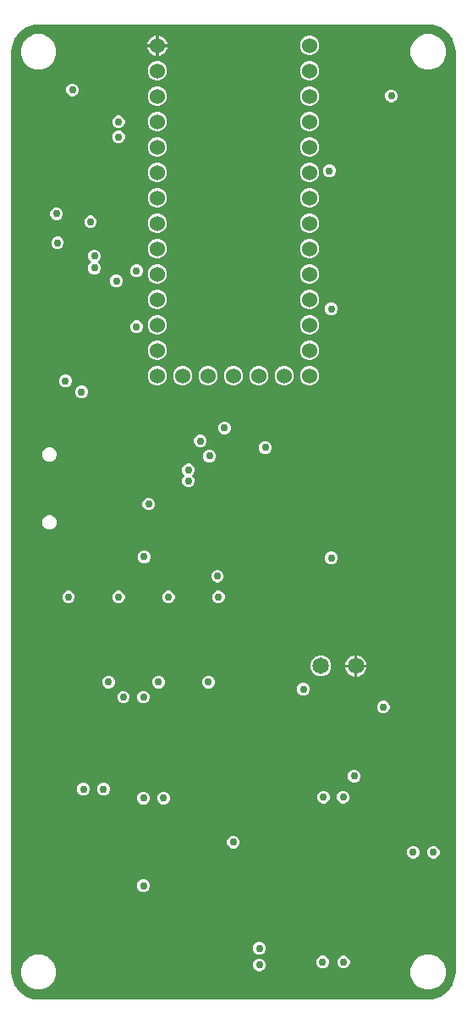
<source format=gbr>
G04 EAGLE Gerber RS-274X export*
G75*
%MOMM*%
%FSLAX34Y34*%
%LPD*%
%INCopper Layer 2*%
%IPPOS*%
%AMOC8*
5,1,8,0,0,1.08239X$1,22.5*%
G01*
%ADD10C,1.524000*%
%ADD11C,1.650000*%
%ADD12C,0.756400*%

G36*
X420022Y2544D02*
X420022Y2544D01*
X420060Y2543D01*
X424236Y2872D01*
X424242Y2873D01*
X424247Y2873D01*
X424412Y2907D01*
X432356Y5488D01*
X432388Y5504D01*
X432422Y5513D01*
X432568Y5596D01*
X439326Y10506D01*
X439351Y10531D01*
X439381Y10550D01*
X439494Y10674D01*
X444404Y17432D01*
X444420Y17464D01*
X444443Y17491D01*
X444512Y17644D01*
X447093Y25588D01*
X447094Y25594D01*
X447097Y25599D01*
X447128Y25764D01*
X447457Y29940D01*
X447455Y29962D01*
X447459Y30000D01*
X447459Y950000D01*
X447456Y950022D01*
X447457Y950060D01*
X447128Y954236D01*
X447127Y954242D01*
X447127Y954247D01*
X447093Y954412D01*
X444512Y962356D01*
X444496Y962388D01*
X444487Y962422D01*
X444404Y962568D01*
X439494Y969326D01*
X439469Y969351D01*
X439450Y969381D01*
X439326Y969494D01*
X432568Y974404D01*
X432536Y974420D01*
X432509Y974443D01*
X432356Y974512D01*
X424412Y977093D01*
X424406Y977094D01*
X424401Y977097D01*
X424236Y977128D01*
X420060Y977457D01*
X420038Y977455D01*
X420000Y977459D01*
X30000Y977459D01*
X29978Y977456D01*
X29940Y977457D01*
X25764Y977128D01*
X25758Y977127D01*
X25753Y977127D01*
X25588Y977093D01*
X17644Y974512D01*
X17612Y974496D01*
X17578Y974487D01*
X17432Y974404D01*
X10674Y969494D01*
X10649Y969469D01*
X10619Y969450D01*
X10506Y969326D01*
X5596Y962568D01*
X5580Y962536D01*
X5557Y962509D01*
X5488Y962356D01*
X2907Y954412D01*
X2906Y954406D01*
X2903Y954401D01*
X2872Y954236D01*
X2543Y950060D01*
X2545Y950038D01*
X2541Y950000D01*
X2541Y30000D01*
X2544Y29978D01*
X2543Y29940D01*
X2872Y25764D01*
X2873Y25758D01*
X2873Y25753D01*
X2907Y25588D01*
X5488Y17644D01*
X5504Y17612D01*
X5513Y17578D01*
X5596Y17432D01*
X10506Y10674D01*
X10531Y10649D01*
X10550Y10619D01*
X10674Y10506D01*
X17432Y5596D01*
X17464Y5580D01*
X17491Y5557D01*
X17644Y5488D01*
X25588Y2907D01*
X25594Y2906D01*
X25599Y2903D01*
X25764Y2872D01*
X29940Y2543D01*
X29962Y2545D01*
X30000Y2541D01*
X420000Y2541D01*
X420022Y2544D01*
G37*
%LPC*%
G36*
X416511Y932459D02*
X416511Y932459D01*
X410064Y935130D01*
X405130Y940064D01*
X402459Y946511D01*
X402459Y953489D01*
X405130Y959936D01*
X410064Y964870D01*
X416511Y967541D01*
X423489Y967541D01*
X429936Y964870D01*
X434870Y959936D01*
X437541Y953489D01*
X437541Y946511D01*
X434870Y940064D01*
X429936Y935130D01*
X423489Y932459D01*
X416511Y932459D01*
G37*
%LPD*%
%LPC*%
G36*
X26511Y932459D02*
X26511Y932459D01*
X20064Y935130D01*
X15130Y940064D01*
X12459Y946511D01*
X12459Y953489D01*
X15130Y959936D01*
X20064Y964870D01*
X26511Y967541D01*
X33489Y967541D01*
X39936Y964870D01*
X44870Y959936D01*
X47541Y953489D01*
X47541Y946511D01*
X44870Y940064D01*
X39936Y935130D01*
X33489Y932459D01*
X26511Y932459D01*
G37*
%LPD*%
%LPC*%
G36*
X26511Y12459D02*
X26511Y12459D01*
X20064Y15130D01*
X15130Y20064D01*
X12459Y26511D01*
X12459Y33489D01*
X15130Y39936D01*
X20064Y44870D01*
X26511Y47541D01*
X33489Y47541D01*
X39936Y44870D01*
X44870Y39936D01*
X47541Y33489D01*
X47541Y26511D01*
X44870Y20064D01*
X39936Y15130D01*
X33489Y12459D01*
X26511Y12459D01*
G37*
%LPD*%
%LPC*%
G36*
X416511Y12459D02*
X416511Y12459D01*
X410064Y15130D01*
X405130Y20064D01*
X402459Y26511D01*
X402459Y33489D01*
X405130Y39936D01*
X410064Y44870D01*
X416511Y47541D01*
X423489Y47541D01*
X429936Y44870D01*
X434870Y39936D01*
X437541Y33489D01*
X437541Y26511D01*
X434870Y20064D01*
X429936Y15130D01*
X423489Y12459D01*
X416511Y12459D01*
G37*
%LPD*%
%LPC*%
G36*
X310461Y325749D02*
X310461Y325749D01*
X306693Y327310D01*
X303810Y330193D01*
X302249Y333961D01*
X302249Y338039D01*
X303810Y341807D01*
X306693Y344690D01*
X310461Y346251D01*
X314539Y346251D01*
X318307Y344690D01*
X321190Y341807D01*
X322751Y338039D01*
X322751Y333961D01*
X321190Y330193D01*
X318307Y327310D01*
X314539Y325749D01*
X310461Y325749D01*
G37*
%LPD*%
%LPC*%
G36*
X197686Y616379D02*
X197686Y616379D01*
X194150Y617844D01*
X191444Y620550D01*
X189979Y624086D01*
X189979Y627914D01*
X191444Y631450D01*
X194150Y634156D01*
X197686Y635621D01*
X201514Y635621D01*
X205050Y634156D01*
X207756Y631450D01*
X209221Y627914D01*
X209221Y624086D01*
X207756Y620550D01*
X205050Y617844D01*
X201514Y616379D01*
X197686Y616379D01*
G37*
%LPD*%
%LPC*%
G36*
X299286Y946579D02*
X299286Y946579D01*
X295750Y948044D01*
X293044Y950750D01*
X291579Y954286D01*
X291579Y958114D01*
X293044Y961650D01*
X295750Y964356D01*
X299286Y965821D01*
X303114Y965821D01*
X306650Y964356D01*
X309356Y961650D01*
X310821Y958114D01*
X310821Y954286D01*
X309356Y950750D01*
X306650Y948044D01*
X303114Y946579D01*
X299286Y946579D01*
G37*
%LPD*%
%LPC*%
G36*
X146886Y667179D02*
X146886Y667179D01*
X143350Y668644D01*
X140644Y671350D01*
X139179Y674886D01*
X139179Y678714D01*
X140644Y682250D01*
X143350Y684956D01*
X146886Y686421D01*
X150714Y686421D01*
X154250Y684956D01*
X156956Y682250D01*
X158421Y678714D01*
X158421Y674886D01*
X156956Y671350D01*
X154250Y668644D01*
X150714Y667179D01*
X146886Y667179D01*
G37*
%LPD*%
%LPC*%
G36*
X299286Y921179D02*
X299286Y921179D01*
X295750Y922644D01*
X293044Y925350D01*
X291579Y928886D01*
X291579Y932714D01*
X293044Y936250D01*
X295750Y938956D01*
X299286Y940421D01*
X303114Y940421D01*
X306650Y938956D01*
X309356Y936250D01*
X310821Y932714D01*
X310821Y928886D01*
X309356Y925350D01*
X306650Y922644D01*
X303114Y921179D01*
X299286Y921179D01*
G37*
%LPD*%
%LPC*%
G36*
X146886Y921179D02*
X146886Y921179D01*
X143350Y922644D01*
X140644Y925350D01*
X139179Y928886D01*
X139179Y932714D01*
X140644Y936250D01*
X143350Y938956D01*
X146886Y940421D01*
X150714Y940421D01*
X154250Y938956D01*
X156956Y936250D01*
X158421Y932714D01*
X158421Y928886D01*
X156956Y925350D01*
X154250Y922644D01*
X150714Y921179D01*
X146886Y921179D01*
G37*
%LPD*%
%LPC*%
G36*
X299286Y667179D02*
X299286Y667179D01*
X295750Y668644D01*
X293044Y671350D01*
X291579Y674886D01*
X291579Y678714D01*
X293044Y682250D01*
X295750Y684956D01*
X299286Y686421D01*
X303114Y686421D01*
X306650Y684956D01*
X309356Y682250D01*
X310821Y678714D01*
X310821Y674886D01*
X309356Y671350D01*
X306650Y668644D01*
X303114Y667179D01*
X299286Y667179D01*
G37*
%LPD*%
%LPC*%
G36*
X299286Y895779D02*
X299286Y895779D01*
X295750Y897244D01*
X293044Y899950D01*
X291579Y903486D01*
X291579Y907314D01*
X293044Y910850D01*
X295750Y913556D01*
X299286Y915021D01*
X303114Y915021D01*
X306650Y913556D01*
X309356Y910850D01*
X310821Y907314D01*
X310821Y903486D01*
X309356Y899950D01*
X306650Y897244D01*
X303114Y895779D01*
X299286Y895779D01*
G37*
%LPD*%
%LPC*%
G36*
X146886Y895779D02*
X146886Y895779D01*
X143350Y897244D01*
X140644Y899950D01*
X139179Y903486D01*
X139179Y907314D01*
X140644Y910850D01*
X143350Y913556D01*
X146886Y915021D01*
X150714Y915021D01*
X154250Y913556D01*
X156956Y910850D01*
X158421Y907314D01*
X158421Y903486D01*
X156956Y899950D01*
X154250Y897244D01*
X150714Y895779D01*
X146886Y895779D01*
G37*
%LPD*%
%LPC*%
G36*
X146886Y692579D02*
X146886Y692579D01*
X143350Y694044D01*
X140644Y696750D01*
X139179Y700286D01*
X139179Y704114D01*
X140644Y707650D01*
X143350Y710356D01*
X146886Y711821D01*
X150714Y711821D01*
X154250Y710356D01*
X156956Y707650D01*
X158421Y704114D01*
X158421Y700286D01*
X156956Y696750D01*
X154250Y694044D01*
X150714Y692579D01*
X146886Y692579D01*
G37*
%LPD*%
%LPC*%
G36*
X299286Y870379D02*
X299286Y870379D01*
X295750Y871844D01*
X293044Y874550D01*
X291579Y878086D01*
X291579Y881914D01*
X293044Y885450D01*
X295750Y888156D01*
X299286Y889621D01*
X303114Y889621D01*
X306650Y888156D01*
X309356Y885450D01*
X310821Y881914D01*
X310821Y878086D01*
X309356Y874550D01*
X306650Y871844D01*
X303114Y870379D01*
X299286Y870379D01*
G37*
%LPD*%
%LPC*%
G36*
X146886Y870379D02*
X146886Y870379D01*
X143350Y871844D01*
X140644Y874550D01*
X139179Y878086D01*
X139179Y881914D01*
X140644Y885450D01*
X143350Y888156D01*
X146886Y889621D01*
X150714Y889621D01*
X154250Y888156D01*
X156956Y885450D01*
X158421Y881914D01*
X158421Y878086D01*
X156956Y874550D01*
X154250Y871844D01*
X150714Y870379D01*
X146886Y870379D01*
G37*
%LPD*%
%LPC*%
G36*
X146886Y616379D02*
X146886Y616379D01*
X143350Y617844D01*
X140644Y620550D01*
X139179Y624086D01*
X139179Y627914D01*
X140644Y631450D01*
X143350Y634156D01*
X146886Y635621D01*
X150714Y635621D01*
X154250Y634156D01*
X156956Y631450D01*
X158421Y627914D01*
X158421Y624086D01*
X156956Y620550D01*
X154250Y617844D01*
X150714Y616379D01*
X146886Y616379D01*
G37*
%LPD*%
%LPC*%
G36*
X172286Y616379D02*
X172286Y616379D01*
X168750Y617844D01*
X166044Y620550D01*
X164579Y624086D01*
X164579Y627914D01*
X166044Y631450D01*
X168750Y634156D01*
X172286Y635621D01*
X176114Y635621D01*
X179650Y634156D01*
X182356Y631450D01*
X183821Y627914D01*
X183821Y624086D01*
X182356Y620550D01*
X179650Y617844D01*
X176114Y616379D01*
X172286Y616379D01*
G37*
%LPD*%
%LPC*%
G36*
X299286Y844979D02*
X299286Y844979D01*
X295750Y846444D01*
X293044Y849150D01*
X291579Y852686D01*
X291579Y856514D01*
X293044Y860050D01*
X295750Y862756D01*
X299286Y864221D01*
X303114Y864221D01*
X306650Y862756D01*
X309356Y860050D01*
X310821Y856514D01*
X310821Y852686D01*
X309356Y849150D01*
X306650Y846444D01*
X303114Y844979D01*
X299286Y844979D01*
G37*
%LPD*%
%LPC*%
G36*
X146886Y844979D02*
X146886Y844979D01*
X143350Y846444D01*
X140644Y849150D01*
X139179Y852686D01*
X139179Y856514D01*
X140644Y860050D01*
X143350Y862756D01*
X146886Y864221D01*
X150714Y864221D01*
X154250Y862756D01*
X156956Y860050D01*
X158421Y856514D01*
X158421Y852686D01*
X156956Y849150D01*
X154250Y846444D01*
X150714Y844979D01*
X146886Y844979D01*
G37*
%LPD*%
%LPC*%
G36*
X299286Y819579D02*
X299286Y819579D01*
X295750Y821044D01*
X293044Y823750D01*
X291579Y827286D01*
X291579Y831114D01*
X293044Y834650D01*
X295750Y837356D01*
X299286Y838821D01*
X303114Y838821D01*
X306650Y837356D01*
X309356Y834650D01*
X310821Y831114D01*
X310821Y827286D01*
X309356Y823750D01*
X306650Y821044D01*
X303114Y819579D01*
X299286Y819579D01*
G37*
%LPD*%
%LPC*%
G36*
X146886Y819579D02*
X146886Y819579D01*
X143350Y821044D01*
X140644Y823750D01*
X139179Y827286D01*
X139179Y831114D01*
X140644Y834650D01*
X143350Y837356D01*
X146886Y838821D01*
X150714Y838821D01*
X154250Y837356D01*
X156956Y834650D01*
X158421Y831114D01*
X158421Y827286D01*
X156956Y823750D01*
X154250Y821044D01*
X150714Y819579D01*
X146886Y819579D01*
G37*
%LPD*%
%LPC*%
G36*
X223086Y616379D02*
X223086Y616379D01*
X219550Y617844D01*
X216844Y620550D01*
X215379Y624086D01*
X215379Y627914D01*
X216844Y631450D01*
X219550Y634156D01*
X223086Y635621D01*
X226914Y635621D01*
X230450Y634156D01*
X233156Y631450D01*
X234621Y627914D01*
X234621Y624086D01*
X233156Y620550D01*
X230450Y617844D01*
X226914Y616379D01*
X223086Y616379D01*
G37*
%LPD*%
%LPC*%
G36*
X299286Y794179D02*
X299286Y794179D01*
X295750Y795644D01*
X293044Y798350D01*
X291579Y801886D01*
X291579Y805714D01*
X293044Y809250D01*
X295750Y811956D01*
X299286Y813421D01*
X303114Y813421D01*
X306650Y811956D01*
X309356Y809250D01*
X310821Y805714D01*
X310821Y801886D01*
X309356Y798350D01*
X306650Y795644D01*
X303114Y794179D01*
X299286Y794179D01*
G37*
%LPD*%
%LPC*%
G36*
X146886Y794179D02*
X146886Y794179D01*
X143350Y795644D01*
X140644Y798350D01*
X139179Y801886D01*
X139179Y805714D01*
X140644Y809250D01*
X143350Y811956D01*
X146886Y813421D01*
X150714Y813421D01*
X154250Y811956D01*
X156956Y809250D01*
X158421Y805714D01*
X158421Y801886D01*
X156956Y798350D01*
X154250Y795644D01*
X150714Y794179D01*
X146886Y794179D01*
G37*
%LPD*%
%LPC*%
G36*
X248486Y616379D02*
X248486Y616379D01*
X244950Y617844D01*
X242244Y620550D01*
X240779Y624086D01*
X240779Y627914D01*
X242244Y631450D01*
X244950Y634156D01*
X248486Y635621D01*
X252314Y635621D01*
X255850Y634156D01*
X258556Y631450D01*
X260021Y627914D01*
X260021Y624086D01*
X258556Y620550D01*
X255850Y617844D01*
X252314Y616379D01*
X248486Y616379D01*
G37*
%LPD*%
%LPC*%
G36*
X299286Y768779D02*
X299286Y768779D01*
X295750Y770244D01*
X293044Y772950D01*
X291579Y776486D01*
X291579Y780314D01*
X293044Y783850D01*
X295750Y786556D01*
X299286Y788021D01*
X303114Y788021D01*
X306650Y786556D01*
X309356Y783850D01*
X310821Y780314D01*
X310821Y776486D01*
X309356Y772950D01*
X306650Y770244D01*
X303114Y768779D01*
X299286Y768779D01*
G37*
%LPD*%
%LPC*%
G36*
X146886Y768779D02*
X146886Y768779D01*
X143350Y770244D01*
X140644Y772950D01*
X139179Y776486D01*
X139179Y780314D01*
X140644Y783850D01*
X143350Y786556D01*
X146886Y788021D01*
X150714Y788021D01*
X154250Y786556D01*
X156956Y783850D01*
X158421Y780314D01*
X158421Y776486D01*
X156956Y772950D01*
X154250Y770244D01*
X150714Y768779D01*
X146886Y768779D01*
G37*
%LPD*%
%LPC*%
G36*
X273886Y616379D02*
X273886Y616379D01*
X270350Y617844D01*
X267644Y620550D01*
X266179Y624086D01*
X266179Y627914D01*
X267644Y631450D01*
X270350Y634156D01*
X273886Y635621D01*
X277714Y635621D01*
X281250Y634156D01*
X283956Y631450D01*
X285421Y627914D01*
X285421Y624086D01*
X283956Y620550D01*
X281250Y617844D01*
X277714Y616379D01*
X273886Y616379D01*
G37*
%LPD*%
%LPC*%
G36*
X299286Y616379D02*
X299286Y616379D01*
X295750Y617844D01*
X293044Y620550D01*
X291579Y624086D01*
X291579Y627914D01*
X293044Y631450D01*
X295750Y634156D01*
X299286Y635621D01*
X303114Y635621D01*
X306650Y634156D01*
X309356Y631450D01*
X310821Y627914D01*
X310821Y624086D01*
X309356Y620550D01*
X306650Y617844D01*
X303114Y616379D01*
X299286Y616379D01*
G37*
%LPD*%
%LPC*%
G36*
X299286Y743379D02*
X299286Y743379D01*
X295750Y744844D01*
X293044Y747550D01*
X291579Y751086D01*
X291579Y754914D01*
X293044Y758450D01*
X295750Y761156D01*
X299286Y762621D01*
X303114Y762621D01*
X306650Y761156D01*
X309356Y758450D01*
X310821Y754914D01*
X310821Y751086D01*
X309356Y747550D01*
X306650Y744844D01*
X303114Y743379D01*
X299286Y743379D01*
G37*
%LPD*%
%LPC*%
G36*
X146886Y743379D02*
X146886Y743379D01*
X143350Y744844D01*
X140644Y747550D01*
X139179Y751086D01*
X139179Y754914D01*
X140644Y758450D01*
X143350Y761156D01*
X146886Y762621D01*
X150714Y762621D01*
X154250Y761156D01*
X156956Y758450D01*
X158421Y754914D01*
X158421Y751086D01*
X156956Y747550D01*
X154250Y744844D01*
X150714Y743379D01*
X146886Y743379D01*
G37*
%LPD*%
%LPC*%
G36*
X299286Y692579D02*
X299286Y692579D01*
X295750Y694044D01*
X293044Y696750D01*
X291579Y700286D01*
X291579Y704114D01*
X293044Y707650D01*
X295750Y710356D01*
X299286Y711821D01*
X303114Y711821D01*
X306650Y710356D01*
X309356Y707650D01*
X310821Y704114D01*
X310821Y700286D01*
X309356Y696750D01*
X306650Y694044D01*
X303114Y692579D01*
X299286Y692579D01*
G37*
%LPD*%
%LPC*%
G36*
X146886Y641779D02*
X146886Y641779D01*
X143350Y643244D01*
X140644Y645950D01*
X139179Y649486D01*
X139179Y653314D01*
X140644Y656850D01*
X143350Y659556D01*
X146886Y661021D01*
X150714Y661021D01*
X154250Y659556D01*
X156956Y656850D01*
X158421Y653314D01*
X158421Y649486D01*
X156956Y645950D01*
X154250Y643244D01*
X150714Y641779D01*
X146886Y641779D01*
G37*
%LPD*%
%LPC*%
G36*
X299286Y717979D02*
X299286Y717979D01*
X295750Y719444D01*
X293044Y722150D01*
X291579Y725686D01*
X291579Y729514D01*
X293044Y733050D01*
X295750Y735756D01*
X299286Y737221D01*
X303114Y737221D01*
X306650Y735756D01*
X309356Y733050D01*
X310821Y729514D01*
X310821Y725686D01*
X309356Y722150D01*
X306650Y719444D01*
X303114Y717979D01*
X299286Y717979D01*
G37*
%LPD*%
%LPC*%
G36*
X146886Y717979D02*
X146886Y717979D01*
X143350Y719444D01*
X140644Y722150D01*
X139179Y725686D01*
X139179Y729514D01*
X140644Y733050D01*
X143350Y735756D01*
X146886Y737221D01*
X150714Y737221D01*
X154250Y735756D01*
X156956Y733050D01*
X158421Y729514D01*
X158421Y725686D01*
X156956Y722150D01*
X154250Y719444D01*
X150714Y717979D01*
X146886Y717979D01*
G37*
%LPD*%
%LPC*%
G36*
X299286Y641779D02*
X299286Y641779D01*
X295750Y643244D01*
X293044Y645950D01*
X291579Y649486D01*
X291579Y653314D01*
X293044Y656850D01*
X295750Y659556D01*
X299286Y661021D01*
X303114Y661021D01*
X306650Y659556D01*
X309356Y656850D01*
X310821Y653314D01*
X310821Y649486D01*
X309356Y645950D01*
X306650Y643244D01*
X303114Y641779D01*
X299286Y641779D01*
G37*
%LPD*%
%LPC*%
G36*
X84742Y727677D02*
X84742Y727677D01*
X82418Y728640D01*
X80640Y730418D01*
X79677Y732742D01*
X79677Y735258D01*
X80640Y737582D01*
X82520Y739462D01*
X82532Y739478D01*
X82547Y739490D01*
X82603Y739578D01*
X82664Y739661D01*
X82669Y739680D01*
X82680Y739697D01*
X82705Y739798D01*
X82736Y739897D01*
X82735Y739916D01*
X82740Y739936D01*
X82732Y740039D01*
X82730Y740142D01*
X82723Y740161D01*
X82721Y740181D01*
X82681Y740276D01*
X82645Y740373D01*
X82633Y740389D01*
X82625Y740407D01*
X82520Y740538D01*
X80640Y742418D01*
X79677Y744742D01*
X79677Y747258D01*
X80640Y749582D01*
X82418Y751360D01*
X84742Y752323D01*
X87258Y752323D01*
X89582Y751360D01*
X91360Y749582D01*
X92323Y747258D01*
X92323Y744742D01*
X91360Y742418D01*
X89480Y740538D01*
X89468Y740522D01*
X89453Y740510D01*
X89397Y740422D01*
X89336Y740339D01*
X89331Y740320D01*
X89320Y740303D01*
X89294Y740202D01*
X89264Y740103D01*
X89265Y740084D01*
X89260Y740064D01*
X89268Y739961D01*
X89270Y739858D01*
X89277Y739839D01*
X89279Y739819D01*
X89319Y739724D01*
X89355Y739627D01*
X89367Y739611D01*
X89375Y739593D01*
X89480Y739462D01*
X91360Y737582D01*
X92323Y735258D01*
X92323Y732742D01*
X91360Y730418D01*
X89582Y728640D01*
X87258Y727677D01*
X84742Y727677D01*
G37*
%LPD*%
%LPC*%
G36*
X178742Y514677D02*
X178742Y514677D01*
X176418Y515640D01*
X174640Y517418D01*
X173677Y519742D01*
X173677Y522258D01*
X174640Y524582D01*
X176020Y525962D01*
X176032Y525978D01*
X176047Y525990D01*
X176103Y526078D01*
X176164Y526161D01*
X176169Y526180D01*
X176180Y526197D01*
X176205Y526298D01*
X176236Y526397D01*
X176235Y526416D01*
X176240Y526436D01*
X176232Y526539D01*
X176230Y526642D01*
X176223Y526661D01*
X176221Y526681D01*
X176181Y526776D01*
X176145Y526873D01*
X176133Y526889D01*
X176125Y526907D01*
X176020Y527038D01*
X174640Y528418D01*
X173677Y530742D01*
X173677Y533258D01*
X174640Y535582D01*
X176418Y537360D01*
X178742Y538323D01*
X181258Y538323D01*
X183582Y537360D01*
X185360Y535582D01*
X186323Y533258D01*
X186323Y530742D01*
X185360Y528418D01*
X183980Y527038D01*
X183968Y527022D01*
X183953Y527010D01*
X183897Y526922D01*
X183836Y526839D01*
X183831Y526820D01*
X183820Y526803D01*
X183794Y526702D01*
X183764Y526603D01*
X183765Y526584D01*
X183760Y526564D01*
X183768Y526461D01*
X183770Y526358D01*
X183777Y526339D01*
X183779Y526319D01*
X183819Y526224D01*
X183855Y526127D01*
X183867Y526111D01*
X183875Y526093D01*
X183980Y525962D01*
X185360Y524582D01*
X186323Y522258D01*
X186323Y519742D01*
X185360Y517418D01*
X183582Y515640D01*
X181258Y514677D01*
X178742Y514677D01*
G37*
%LPD*%
%LPC*%
G36*
X39450Y540209D02*
X39450Y540209D01*
X36770Y541319D01*
X34719Y543370D01*
X33609Y546050D01*
X33609Y548950D01*
X34719Y551630D01*
X36770Y553681D01*
X39450Y554791D01*
X42350Y554791D01*
X45030Y553681D01*
X47081Y551630D01*
X48191Y548950D01*
X48191Y546050D01*
X47081Y543370D01*
X45030Y541319D01*
X42350Y540209D01*
X39450Y540209D01*
G37*
%LPD*%
%LPC*%
G36*
X39450Y472209D02*
X39450Y472209D01*
X36770Y473319D01*
X34719Y475370D01*
X33609Y478050D01*
X33609Y480950D01*
X34719Y483630D01*
X36770Y485681D01*
X39450Y486791D01*
X42350Y486791D01*
X45030Y485681D01*
X47081Y483630D01*
X48191Y480950D01*
X48191Y478050D01*
X47081Y475370D01*
X45030Y473319D01*
X42350Y472209D01*
X39450Y472209D01*
G37*
%LPD*%
%LPC*%
G36*
X321742Y686677D02*
X321742Y686677D01*
X319418Y687640D01*
X317640Y689418D01*
X316677Y691742D01*
X316677Y694258D01*
X317640Y696582D01*
X319418Y698360D01*
X321742Y699323D01*
X324258Y699323D01*
X326582Y698360D01*
X328360Y696582D01*
X329323Y694258D01*
X329323Y691742D01*
X328360Y689418D01*
X326582Y687640D01*
X324258Y686677D01*
X321742Y686677D01*
G37*
%LPD*%
%LPC*%
G36*
X126742Y668677D02*
X126742Y668677D01*
X124418Y669640D01*
X122640Y671418D01*
X121677Y673742D01*
X121677Y676258D01*
X122640Y678582D01*
X124418Y680360D01*
X126742Y681323D01*
X129258Y681323D01*
X131582Y680360D01*
X133360Y678582D01*
X134323Y676258D01*
X134323Y673742D01*
X133360Y671418D01*
X131582Y669640D01*
X129258Y668677D01*
X126742Y668677D01*
G37*
%LPD*%
%LPC*%
G36*
X106742Y714677D02*
X106742Y714677D01*
X104418Y715640D01*
X102640Y717418D01*
X101677Y719742D01*
X101677Y722258D01*
X102640Y724582D01*
X104418Y726360D01*
X106742Y727323D01*
X109258Y727323D01*
X111582Y726360D01*
X113360Y724582D01*
X114323Y722258D01*
X114323Y719742D01*
X113360Y717418D01*
X111582Y715640D01*
X109258Y714677D01*
X106742Y714677D01*
G37*
%LPD*%
%LPC*%
G36*
X126742Y724677D02*
X126742Y724677D01*
X124418Y725640D01*
X122640Y727418D01*
X121677Y729742D01*
X121677Y732258D01*
X122640Y734582D01*
X124418Y736360D01*
X126742Y737323D01*
X129258Y737323D01*
X131582Y736360D01*
X133360Y734582D01*
X134323Y732258D01*
X134323Y729742D01*
X133360Y727418D01*
X131582Y725640D01*
X129258Y724677D01*
X126742Y724677D01*
G37*
%LPD*%
%LPC*%
G36*
X47742Y752677D02*
X47742Y752677D01*
X45418Y753640D01*
X43640Y755418D01*
X42677Y757742D01*
X42677Y760258D01*
X43640Y762582D01*
X45418Y764360D01*
X47742Y765323D01*
X50258Y765323D01*
X52582Y764360D01*
X54360Y762582D01*
X55323Y760258D01*
X55323Y757742D01*
X54360Y755418D01*
X52582Y753640D01*
X50258Y752677D01*
X47742Y752677D01*
G37*
%LPD*%
%LPC*%
G36*
X80742Y773677D02*
X80742Y773677D01*
X78418Y774640D01*
X76640Y776418D01*
X75677Y778742D01*
X75677Y781258D01*
X76640Y783582D01*
X78418Y785360D01*
X80742Y786323D01*
X83258Y786323D01*
X85582Y785360D01*
X87360Y783582D01*
X88323Y781258D01*
X88323Y778742D01*
X87360Y776418D01*
X85582Y774640D01*
X83258Y773677D01*
X80742Y773677D01*
G37*
%LPD*%
%LPC*%
G36*
X46742Y781677D02*
X46742Y781677D01*
X44418Y782640D01*
X42640Y784418D01*
X41677Y786742D01*
X41677Y789258D01*
X42640Y791582D01*
X44418Y793360D01*
X46742Y794323D01*
X49258Y794323D01*
X51582Y793360D01*
X53360Y791582D01*
X54323Y789258D01*
X54323Y786742D01*
X53360Y784418D01*
X51582Y782640D01*
X49258Y781677D01*
X46742Y781677D01*
G37*
%LPD*%
%LPC*%
G36*
X319742Y824677D02*
X319742Y824677D01*
X317418Y825640D01*
X315640Y827418D01*
X314677Y829742D01*
X314677Y832258D01*
X315640Y834582D01*
X317418Y836360D01*
X319742Y837323D01*
X322258Y837323D01*
X324582Y836360D01*
X326360Y834582D01*
X327323Y832258D01*
X327323Y829742D01*
X326360Y827418D01*
X324582Y825640D01*
X322258Y824677D01*
X319742Y824677D01*
G37*
%LPD*%
%LPC*%
G36*
X313042Y33677D02*
X313042Y33677D01*
X310718Y34640D01*
X308940Y36418D01*
X307977Y38742D01*
X307977Y41258D01*
X308940Y43582D01*
X310718Y45360D01*
X313042Y46323D01*
X315558Y46323D01*
X317882Y45360D01*
X319660Y43582D01*
X320623Y41258D01*
X320623Y38742D01*
X319660Y36418D01*
X317882Y34640D01*
X315558Y33677D01*
X313042Y33677D01*
G37*
%LPD*%
%LPC*%
G36*
X108742Y858677D02*
X108742Y858677D01*
X106418Y859640D01*
X104640Y861418D01*
X103677Y863742D01*
X103677Y866258D01*
X104640Y868582D01*
X106418Y870360D01*
X108742Y871323D01*
X111258Y871323D01*
X113582Y870360D01*
X115360Y868582D01*
X116323Y866258D01*
X116323Y863742D01*
X115360Y861418D01*
X113582Y859640D01*
X111258Y858677D01*
X108742Y858677D01*
G37*
%LPD*%
%LPC*%
G36*
X108742Y873677D02*
X108742Y873677D01*
X106418Y874640D01*
X104640Y876418D01*
X103677Y878742D01*
X103677Y881258D01*
X104640Y883582D01*
X106418Y885360D01*
X108742Y886323D01*
X111258Y886323D01*
X113582Y885360D01*
X115360Y883582D01*
X116323Y881258D01*
X116323Y878742D01*
X115360Y876418D01*
X113582Y874640D01*
X111258Y873677D01*
X108742Y873677D01*
G37*
%LPD*%
%LPC*%
G36*
X249742Y31077D02*
X249742Y31077D01*
X247418Y32040D01*
X245640Y33818D01*
X244677Y36142D01*
X244677Y38658D01*
X245640Y40982D01*
X247418Y42760D01*
X249742Y43723D01*
X252258Y43723D01*
X254582Y42760D01*
X256360Y40982D01*
X257323Y38658D01*
X257323Y36142D01*
X256360Y33818D01*
X254582Y32040D01*
X252258Y31077D01*
X249742Y31077D01*
G37*
%LPD*%
%LPC*%
G36*
X71742Y603677D02*
X71742Y603677D01*
X69418Y604640D01*
X67640Y606418D01*
X66677Y608742D01*
X66677Y611258D01*
X67640Y613582D01*
X69418Y615360D01*
X71742Y616323D01*
X74258Y616323D01*
X76582Y615360D01*
X78360Y613582D01*
X79323Y611258D01*
X79323Y608742D01*
X78360Y606418D01*
X76582Y604640D01*
X74258Y603677D01*
X71742Y603677D01*
G37*
%LPD*%
%LPC*%
G36*
X214742Y567677D02*
X214742Y567677D01*
X212418Y568640D01*
X210640Y570418D01*
X209677Y572742D01*
X209677Y575258D01*
X210640Y577582D01*
X212418Y579360D01*
X214742Y580323D01*
X217258Y580323D01*
X219582Y579360D01*
X221360Y577582D01*
X222323Y575258D01*
X222323Y572742D01*
X221360Y570418D01*
X219582Y568640D01*
X217258Y567677D01*
X214742Y567677D01*
G37*
%LPD*%
%LPC*%
G36*
X190742Y554677D02*
X190742Y554677D01*
X188418Y555640D01*
X186640Y557418D01*
X185677Y559742D01*
X185677Y562258D01*
X186640Y564582D01*
X188418Y566360D01*
X190742Y567323D01*
X193258Y567323D01*
X195582Y566360D01*
X197360Y564582D01*
X198323Y562258D01*
X198323Y559742D01*
X197360Y557418D01*
X195582Y555640D01*
X193258Y554677D01*
X190742Y554677D01*
G37*
%LPD*%
%LPC*%
G36*
X255742Y548149D02*
X255742Y548149D01*
X253418Y549112D01*
X251640Y550890D01*
X250677Y553214D01*
X250677Y555730D01*
X251640Y558054D01*
X253418Y559832D01*
X255742Y560795D01*
X258258Y560795D01*
X260582Y559832D01*
X262360Y558054D01*
X263323Y555730D01*
X263323Y553214D01*
X262360Y550890D01*
X260582Y549112D01*
X258258Y548149D01*
X255742Y548149D01*
G37*
%LPD*%
%LPC*%
G36*
X381742Y899677D02*
X381742Y899677D01*
X379418Y900640D01*
X377640Y902418D01*
X376677Y904742D01*
X376677Y907258D01*
X377640Y909582D01*
X379418Y911360D01*
X381742Y912323D01*
X384258Y912323D01*
X386582Y911360D01*
X388360Y909582D01*
X389323Y907258D01*
X389323Y904742D01*
X388360Y902418D01*
X386582Y900640D01*
X384258Y899677D01*
X381742Y899677D01*
G37*
%LPD*%
%LPC*%
G36*
X199742Y539593D02*
X199742Y539593D01*
X197418Y540556D01*
X195640Y542334D01*
X194677Y544658D01*
X194677Y547174D01*
X195640Y549498D01*
X197418Y551276D01*
X199742Y552239D01*
X202258Y552239D01*
X204582Y551276D01*
X206360Y549498D01*
X207323Y547174D01*
X207323Y544658D01*
X206360Y542334D01*
X204582Y540556D01*
X202258Y539593D01*
X199742Y539593D01*
G37*
%LPD*%
%LPC*%
G36*
X62742Y905677D02*
X62742Y905677D01*
X60418Y906640D01*
X58640Y908418D01*
X57677Y910742D01*
X57677Y913258D01*
X58640Y915582D01*
X60418Y917360D01*
X62742Y918323D01*
X65258Y918323D01*
X67582Y917360D01*
X69360Y915582D01*
X70323Y913258D01*
X70323Y910742D01*
X69360Y908418D01*
X67582Y906640D01*
X65258Y905677D01*
X62742Y905677D01*
G37*
%LPD*%
%LPC*%
G36*
X139042Y491677D02*
X139042Y491677D01*
X136718Y492640D01*
X134940Y494418D01*
X133977Y496742D01*
X133977Y499258D01*
X134940Y501582D01*
X136718Y503360D01*
X139042Y504323D01*
X141558Y504323D01*
X143882Y503360D01*
X145660Y501582D01*
X146623Y499258D01*
X146623Y496742D01*
X145660Y494418D01*
X143882Y492640D01*
X141558Y491677D01*
X139042Y491677D01*
G37*
%LPD*%
%LPC*%
G36*
X333942Y33677D02*
X333942Y33677D01*
X331618Y34640D01*
X329840Y36418D01*
X328877Y38742D01*
X328877Y41258D01*
X329840Y43582D01*
X331618Y45360D01*
X333942Y46323D01*
X336458Y46323D01*
X338782Y45360D01*
X340560Y43582D01*
X341523Y41258D01*
X341523Y38742D01*
X340560Y36418D01*
X338782Y34640D01*
X336458Y33677D01*
X333942Y33677D01*
G37*
%LPD*%
%LPC*%
G36*
X134342Y438777D02*
X134342Y438777D01*
X132018Y439740D01*
X130240Y441518D01*
X129277Y443842D01*
X129277Y446358D01*
X130240Y448682D01*
X132018Y450460D01*
X134342Y451423D01*
X136858Y451423D01*
X139182Y450460D01*
X140960Y448682D01*
X141923Y446358D01*
X141923Y443842D01*
X140960Y441518D01*
X139182Y439740D01*
X136858Y438777D01*
X134342Y438777D01*
G37*
%LPD*%
%LPC*%
G36*
X321742Y437677D02*
X321742Y437677D01*
X319418Y438640D01*
X317640Y440418D01*
X316677Y442742D01*
X316677Y445258D01*
X317640Y447582D01*
X319418Y449360D01*
X321742Y450323D01*
X324258Y450323D01*
X326582Y449360D01*
X328360Y447582D01*
X329323Y445258D01*
X329323Y442742D01*
X328360Y440418D01*
X326582Y438640D01*
X324258Y437677D01*
X321742Y437677D01*
G37*
%LPD*%
%LPC*%
G36*
X207742Y419677D02*
X207742Y419677D01*
X205418Y420640D01*
X203640Y422418D01*
X202677Y424742D01*
X202677Y427258D01*
X203640Y429582D01*
X205418Y431360D01*
X207742Y432323D01*
X210258Y432323D01*
X212582Y431360D01*
X214360Y429582D01*
X215323Y427258D01*
X215323Y424742D01*
X214360Y422418D01*
X212582Y420640D01*
X210258Y419677D01*
X207742Y419677D01*
G37*
%LPD*%
%LPC*%
G36*
X158742Y398677D02*
X158742Y398677D01*
X156418Y399640D01*
X154640Y401418D01*
X153677Y403742D01*
X153677Y406258D01*
X154640Y408582D01*
X156418Y410360D01*
X158742Y411323D01*
X161258Y411323D01*
X163582Y410360D01*
X165360Y408582D01*
X166323Y406258D01*
X166323Y403742D01*
X165360Y401418D01*
X163582Y399640D01*
X161258Y398677D01*
X158742Y398677D01*
G37*
%LPD*%
%LPC*%
G36*
X208742Y398677D02*
X208742Y398677D01*
X206418Y399640D01*
X204640Y401418D01*
X203677Y403742D01*
X203677Y406258D01*
X204640Y408582D01*
X206418Y410360D01*
X208742Y411323D01*
X211258Y411323D01*
X213582Y410360D01*
X215360Y408582D01*
X216323Y406258D01*
X216323Y403742D01*
X215360Y401418D01*
X213582Y399640D01*
X211258Y398677D01*
X208742Y398677D01*
G37*
%LPD*%
%LPC*%
G36*
X58742Y398677D02*
X58742Y398677D01*
X56418Y399640D01*
X54640Y401418D01*
X53677Y403742D01*
X53677Y406258D01*
X54640Y408582D01*
X56418Y410360D01*
X58742Y411323D01*
X61258Y411323D01*
X63582Y410360D01*
X65360Y408582D01*
X66323Y406258D01*
X66323Y403742D01*
X65360Y401418D01*
X63582Y399640D01*
X61258Y398677D01*
X58742Y398677D01*
G37*
%LPD*%
%LPC*%
G36*
X108742Y398677D02*
X108742Y398677D01*
X106418Y399640D01*
X104640Y401418D01*
X103677Y403742D01*
X103677Y406258D01*
X104640Y408582D01*
X106418Y410360D01*
X108742Y411323D01*
X111258Y411323D01*
X113582Y410360D01*
X115360Y408582D01*
X116323Y406258D01*
X116323Y403742D01*
X115360Y401418D01*
X113582Y399640D01*
X111258Y398677D01*
X108742Y398677D01*
G37*
%LPD*%
%LPC*%
G36*
X249742Y47477D02*
X249742Y47477D01*
X247418Y48440D01*
X245640Y50218D01*
X244677Y52542D01*
X244677Y55058D01*
X245640Y57382D01*
X247418Y59160D01*
X249742Y60123D01*
X252258Y60123D01*
X254582Y59160D01*
X256360Y57382D01*
X257323Y55058D01*
X257323Y52542D01*
X256360Y50218D01*
X254582Y48440D01*
X252258Y47477D01*
X249742Y47477D01*
G37*
%LPD*%
%LPC*%
G36*
X133842Y110077D02*
X133842Y110077D01*
X131518Y111040D01*
X129740Y112818D01*
X128777Y115142D01*
X128777Y117658D01*
X129740Y119982D01*
X131518Y121760D01*
X133842Y122723D01*
X136358Y122723D01*
X138682Y121760D01*
X140460Y119982D01*
X141423Y117658D01*
X141423Y115142D01*
X140460Y112818D01*
X138682Y111040D01*
X136358Y110077D01*
X133842Y110077D01*
G37*
%LPD*%
%LPC*%
G36*
X55742Y614677D02*
X55742Y614677D01*
X53418Y615640D01*
X51640Y617418D01*
X50677Y619742D01*
X50677Y622258D01*
X51640Y624582D01*
X53418Y626360D01*
X55742Y627323D01*
X58258Y627323D01*
X60582Y626360D01*
X62360Y624582D01*
X63323Y622258D01*
X63323Y619742D01*
X62360Y617418D01*
X60582Y615640D01*
X58258Y614677D01*
X55742Y614677D01*
G37*
%LPD*%
%LPC*%
G36*
X403742Y143677D02*
X403742Y143677D01*
X401418Y144640D01*
X399640Y146418D01*
X398677Y148742D01*
X398677Y151258D01*
X399640Y153582D01*
X401418Y155360D01*
X403742Y156323D01*
X406258Y156323D01*
X408582Y155360D01*
X410360Y153582D01*
X411323Y151258D01*
X411323Y148742D01*
X410360Y146418D01*
X408582Y144640D01*
X406258Y143677D01*
X403742Y143677D01*
G37*
%LPD*%
%LPC*%
G36*
X423742Y143677D02*
X423742Y143677D01*
X421418Y144640D01*
X419640Y146418D01*
X418677Y148742D01*
X418677Y151258D01*
X419640Y153582D01*
X421418Y155360D01*
X423742Y156323D01*
X426258Y156323D01*
X428582Y155360D01*
X430360Y153582D01*
X431323Y151258D01*
X431323Y148742D01*
X430360Y146418D01*
X428582Y144640D01*
X426258Y143677D01*
X423742Y143677D01*
G37*
%LPD*%
%LPC*%
G36*
X223742Y153677D02*
X223742Y153677D01*
X221418Y154640D01*
X219640Y156418D01*
X218677Y158742D01*
X218677Y161258D01*
X219640Y163582D01*
X221418Y165360D01*
X223742Y166323D01*
X226258Y166323D01*
X228582Y165360D01*
X230360Y163582D01*
X231323Y161258D01*
X231323Y158742D01*
X230360Y156418D01*
X228582Y154640D01*
X226258Y153677D01*
X223742Y153677D01*
G37*
%LPD*%
%LPC*%
G36*
X198742Y313677D02*
X198742Y313677D01*
X196418Y314640D01*
X194640Y316418D01*
X193677Y318742D01*
X193677Y321258D01*
X194640Y323582D01*
X196418Y325360D01*
X198742Y326323D01*
X201258Y326323D01*
X203582Y325360D01*
X205360Y323582D01*
X206323Y321258D01*
X206323Y318742D01*
X205360Y316418D01*
X203582Y314640D01*
X201258Y313677D01*
X198742Y313677D01*
G37*
%LPD*%
%LPC*%
G36*
X148742Y313677D02*
X148742Y313677D01*
X146418Y314640D01*
X144640Y316418D01*
X143677Y318742D01*
X143677Y321258D01*
X144640Y323582D01*
X146418Y325360D01*
X148742Y326323D01*
X151258Y326323D01*
X153582Y325360D01*
X155360Y323582D01*
X156323Y321258D01*
X156323Y318742D01*
X155360Y316418D01*
X153582Y314640D01*
X151258Y313677D01*
X148742Y313677D01*
G37*
%LPD*%
%LPC*%
G36*
X98742Y313677D02*
X98742Y313677D01*
X96418Y314640D01*
X94640Y316418D01*
X93677Y318742D01*
X93677Y321258D01*
X94640Y323582D01*
X96418Y325360D01*
X98742Y326323D01*
X101258Y326323D01*
X103582Y325360D01*
X105360Y323582D01*
X106323Y321258D01*
X106323Y318742D01*
X105360Y316418D01*
X103582Y314640D01*
X101258Y313677D01*
X98742Y313677D01*
G37*
%LPD*%
%LPC*%
G36*
X293742Y306677D02*
X293742Y306677D01*
X291418Y307640D01*
X289640Y309418D01*
X288677Y311742D01*
X288677Y314258D01*
X289640Y316582D01*
X291418Y318360D01*
X293742Y319323D01*
X296258Y319323D01*
X298582Y318360D01*
X300360Y316582D01*
X301323Y314258D01*
X301323Y311742D01*
X300360Y309418D01*
X298582Y307640D01*
X296258Y306677D01*
X293742Y306677D01*
G37*
%LPD*%
%LPC*%
G36*
X133742Y298677D02*
X133742Y298677D01*
X131418Y299640D01*
X129640Y301418D01*
X128677Y303742D01*
X128677Y306258D01*
X129640Y308582D01*
X131418Y310360D01*
X133742Y311323D01*
X136258Y311323D01*
X138582Y310360D01*
X140360Y308582D01*
X141323Y306258D01*
X141323Y303742D01*
X140360Y301418D01*
X138582Y299640D01*
X136258Y298677D01*
X133742Y298677D01*
G37*
%LPD*%
%LPC*%
G36*
X113742Y298677D02*
X113742Y298677D01*
X111418Y299640D01*
X109640Y301418D01*
X108677Y303742D01*
X108677Y306258D01*
X109640Y308582D01*
X111418Y310360D01*
X113742Y311323D01*
X116258Y311323D01*
X118582Y310360D01*
X120360Y308582D01*
X121323Y306258D01*
X121323Y303742D01*
X120360Y301418D01*
X118582Y299640D01*
X116258Y298677D01*
X113742Y298677D01*
G37*
%LPD*%
%LPC*%
G36*
X373742Y288677D02*
X373742Y288677D01*
X371418Y289640D01*
X369640Y291418D01*
X368677Y293742D01*
X368677Y296258D01*
X369640Y298582D01*
X371418Y300360D01*
X373742Y301323D01*
X376258Y301323D01*
X378582Y300360D01*
X380360Y298582D01*
X381323Y296258D01*
X381323Y293742D01*
X380360Y291418D01*
X378582Y289640D01*
X376258Y288677D01*
X373742Y288677D01*
G37*
%LPD*%
%LPC*%
G36*
X344742Y219677D02*
X344742Y219677D01*
X342418Y220640D01*
X340640Y222418D01*
X339677Y224742D01*
X339677Y227258D01*
X340640Y229582D01*
X342418Y231360D01*
X344742Y232323D01*
X347258Y232323D01*
X349582Y231360D01*
X351360Y229582D01*
X352323Y227258D01*
X352323Y224742D01*
X351360Y222418D01*
X349582Y220640D01*
X347258Y219677D01*
X344742Y219677D01*
G37*
%LPD*%
%LPC*%
G36*
X93742Y206677D02*
X93742Y206677D01*
X91418Y207640D01*
X89640Y209418D01*
X88677Y211742D01*
X88677Y214258D01*
X89640Y216582D01*
X91418Y218360D01*
X93742Y219323D01*
X96258Y219323D01*
X98582Y218360D01*
X100360Y216582D01*
X101323Y214258D01*
X101323Y211742D01*
X100360Y209418D01*
X98582Y207640D01*
X96258Y206677D01*
X93742Y206677D01*
G37*
%LPD*%
%LPC*%
G36*
X73742Y206677D02*
X73742Y206677D01*
X71418Y207640D01*
X69640Y209418D01*
X68677Y211742D01*
X68677Y214258D01*
X69640Y216582D01*
X71418Y218360D01*
X73742Y219323D01*
X76258Y219323D01*
X78582Y218360D01*
X80360Y216582D01*
X81323Y214258D01*
X81323Y211742D01*
X80360Y209418D01*
X78582Y207640D01*
X76258Y206677D01*
X73742Y206677D01*
G37*
%LPD*%
%LPC*%
G36*
X333742Y198677D02*
X333742Y198677D01*
X331418Y199640D01*
X329640Y201418D01*
X328677Y203742D01*
X328677Y206258D01*
X329640Y208582D01*
X331418Y210360D01*
X333742Y211323D01*
X336258Y211323D01*
X338582Y210360D01*
X340360Y208582D01*
X341323Y206258D01*
X341323Y203742D01*
X340360Y201418D01*
X338582Y199640D01*
X336258Y198677D01*
X333742Y198677D01*
G37*
%LPD*%
%LPC*%
G36*
X313742Y198677D02*
X313742Y198677D01*
X311418Y199640D01*
X309640Y201418D01*
X308677Y203742D01*
X308677Y206258D01*
X309640Y208582D01*
X311418Y210360D01*
X313742Y211323D01*
X316258Y211323D01*
X318582Y210360D01*
X320360Y208582D01*
X321323Y206258D01*
X321323Y203742D01*
X320360Y201418D01*
X318582Y199640D01*
X316258Y198677D01*
X313742Y198677D01*
G37*
%LPD*%
%LPC*%
G36*
X153742Y197677D02*
X153742Y197677D01*
X151418Y198640D01*
X149640Y200418D01*
X148677Y202742D01*
X148677Y205258D01*
X149640Y207582D01*
X151418Y209360D01*
X153742Y210323D01*
X156258Y210323D01*
X158582Y209360D01*
X160360Y207582D01*
X161323Y205258D01*
X161323Y202742D01*
X160360Y200418D01*
X158582Y198640D01*
X156258Y197677D01*
X153742Y197677D01*
G37*
%LPD*%
%LPC*%
G36*
X133742Y197677D02*
X133742Y197677D01*
X131418Y198640D01*
X129640Y200418D01*
X128677Y202742D01*
X128677Y205258D01*
X129640Y207582D01*
X131418Y209360D01*
X133742Y210323D01*
X136258Y210323D01*
X138582Y209360D01*
X140360Y207582D01*
X141323Y205258D01*
X141323Y202742D01*
X140360Y200418D01*
X138582Y198640D01*
X136258Y197677D01*
X133742Y197677D01*
G37*
%LPD*%
%LPC*%
G36*
X349023Y337523D02*
X349023Y337523D01*
X349023Y346684D01*
X350027Y346525D01*
X351642Y346000D01*
X353155Y345229D01*
X354530Y344231D01*
X355731Y343030D01*
X356729Y341655D01*
X357500Y340142D01*
X358025Y338527D01*
X358184Y337523D01*
X349023Y337523D01*
G37*
%LPD*%
%LPC*%
G36*
X349023Y334477D02*
X349023Y334477D01*
X358184Y334477D01*
X358025Y333473D01*
X357500Y331858D01*
X356729Y330345D01*
X355731Y328970D01*
X354530Y327769D01*
X353155Y326771D01*
X351642Y326000D01*
X350027Y325475D01*
X349023Y325316D01*
X349023Y334477D01*
G37*
%LPD*%
%LPC*%
G36*
X336816Y337523D02*
X336816Y337523D01*
X336975Y338527D01*
X337500Y340142D01*
X338271Y341655D01*
X339269Y343030D01*
X340470Y344231D01*
X341845Y345229D01*
X343358Y346000D01*
X344973Y346525D01*
X345977Y346684D01*
X345977Y337523D01*
X336816Y337523D01*
G37*
%LPD*%
%LPC*%
G36*
X344973Y325475D02*
X344973Y325475D01*
X343358Y326000D01*
X341845Y326771D01*
X340470Y327769D01*
X339269Y328970D01*
X338271Y330345D01*
X337500Y331858D01*
X336975Y333473D01*
X336816Y334477D01*
X345977Y334477D01*
X345977Y325316D01*
X344973Y325475D01*
G37*
%LPD*%
%LPC*%
G36*
X150323Y957723D02*
X150323Y957723D01*
X150323Y966246D01*
X151179Y966111D01*
X152700Y965616D01*
X154125Y964890D01*
X155419Y963950D01*
X156550Y962819D01*
X157490Y961525D01*
X158216Y960100D01*
X158711Y958579D01*
X158846Y957723D01*
X150323Y957723D01*
G37*
%LPD*%
%LPC*%
G36*
X138754Y957723D02*
X138754Y957723D01*
X138889Y958579D01*
X139384Y960100D01*
X140110Y961525D01*
X141050Y962819D01*
X142181Y963950D01*
X143475Y964890D01*
X144900Y965616D01*
X146421Y966111D01*
X147277Y966246D01*
X147277Y957723D01*
X138754Y957723D01*
G37*
%LPD*%
%LPC*%
G36*
X150323Y954677D02*
X150323Y954677D01*
X158846Y954677D01*
X158711Y953821D01*
X158216Y952300D01*
X157490Y950875D01*
X156550Y949581D01*
X155419Y948450D01*
X154125Y947510D01*
X152700Y946784D01*
X151179Y946289D01*
X150323Y946154D01*
X150323Y954677D01*
G37*
%LPD*%
%LPC*%
G36*
X146421Y946289D02*
X146421Y946289D01*
X144900Y946784D01*
X143475Y947510D01*
X142181Y948450D01*
X141050Y949581D01*
X140110Y950875D01*
X139384Y952300D01*
X138889Y953821D01*
X138754Y954677D01*
X147277Y954677D01*
X147277Y946154D01*
X146421Y946289D01*
G37*
%LPD*%
%LPC*%
G36*
X347499Y335999D02*
X347499Y335999D01*
X347499Y336001D01*
X347501Y336001D01*
X347501Y335999D01*
X347499Y335999D01*
G37*
%LPD*%
%LPC*%
G36*
X148799Y956199D02*
X148799Y956199D01*
X148799Y956201D01*
X148801Y956201D01*
X148801Y956199D01*
X148799Y956199D01*
G37*
%LPD*%
D10*
X148800Y956200D03*
X148800Y930800D03*
X148800Y880000D03*
X148800Y905400D03*
X148800Y854600D03*
X148800Y829200D03*
X148800Y778400D03*
X148800Y803800D03*
X148800Y753000D03*
X148800Y727600D03*
X148800Y676800D03*
X148800Y702200D03*
X148800Y626000D03*
X148800Y651400D03*
X301200Y956200D03*
X301200Y930800D03*
X301200Y880000D03*
X301200Y905400D03*
X301200Y854600D03*
X301200Y829200D03*
X301200Y778400D03*
X301200Y803800D03*
X301200Y753000D03*
X301200Y727600D03*
X301200Y676800D03*
X301200Y702200D03*
X301200Y626000D03*
X301200Y651400D03*
X174200Y626000D03*
X199600Y626000D03*
X225000Y626000D03*
X250400Y626000D03*
X275800Y626000D03*
D11*
X312500Y336000D03*
X347500Y336000D03*
D12*
X51000Y912000D03*
X62678Y734000D03*
X56000Y780000D03*
X86000Y757000D03*
X385100Y862100D03*
X256000Y354600D03*
X93800Y25000D03*
X225000Y15000D03*
X245000Y15000D03*
X225000Y60000D03*
X199600Y35000D03*
X313600Y485100D03*
X335600Y584100D03*
X383900Y702200D03*
X68900Y697500D03*
X65700Y646800D03*
X302200Y602700D03*
X205200Y490600D03*
X270200Y425900D03*
X415100Y315300D03*
X64000Y912000D03*
X110000Y865000D03*
X82000Y780000D03*
X49000Y759000D03*
X180000Y521000D03*
X321000Y831000D03*
X323000Y693000D03*
X209000Y426000D03*
X295000Y313000D03*
X86000Y746000D03*
X48000Y788000D03*
X108000Y721000D03*
X180000Y532000D03*
X257000Y554472D03*
X201000Y545916D03*
X57000Y621000D03*
X314300Y40000D03*
X251000Y37400D03*
X95000Y213000D03*
X346000Y226000D03*
X73000Y610000D03*
X335200Y40000D03*
X251000Y53800D03*
X216000Y574000D03*
X192000Y561000D03*
X128000Y675000D03*
X128000Y731000D03*
X86000Y734000D03*
X110000Y880000D03*
X383000Y906000D03*
X60000Y405000D03*
X160000Y405000D03*
X150000Y320000D03*
X405000Y150000D03*
X110000Y405000D03*
X75000Y213000D03*
X100000Y320000D03*
X210000Y405000D03*
X200000Y320000D03*
X425000Y150000D03*
X135100Y116400D03*
X135000Y204000D03*
X155000Y204000D03*
X115000Y305000D03*
X135000Y305000D03*
X315000Y205000D03*
X335000Y205000D03*
X140300Y498000D03*
X323000Y444000D03*
X375000Y295000D03*
X135600Y445100D03*
X225000Y160000D03*
M02*

</source>
